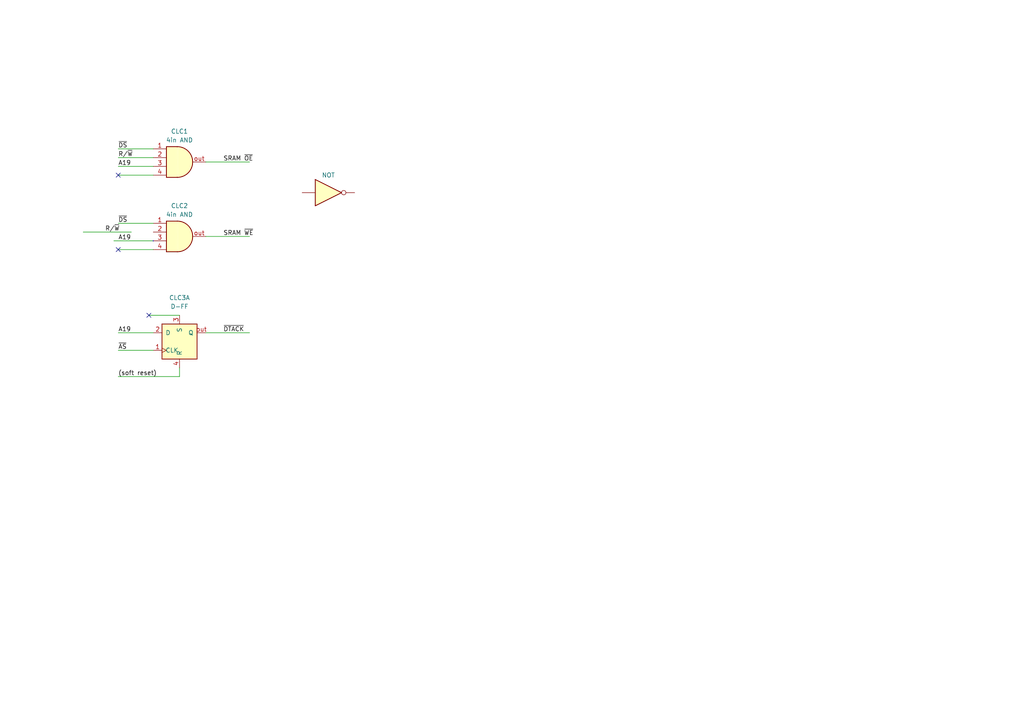
<source format=kicad_sch>
(kicad_sch (version 20230121) (generator eeschema)

  (uuid 3e1a6501-31df-456e-9cc1-932187dbc056)

  (paper "A4")

  (title_block
    (title "CLC logic for emu68kplus")
  )

  (lib_symbols
    (symbol "0-local:CLC_4in_AND" (pin_names (offset 1.016) hide) (in_bom yes) (on_board yes)
      (property "Reference" "CLC" (at 0 1.27 0)
        (effects (font (size 1.27 1.27)))
      )
      (property "Value" "4in AND" (at 0 -1.27 0)
        (effects (font (size 1.27 1.27)))
      )
      (property "Footprint" "" (at 0 0 0)
        (effects (font (size 1.27 1.27)) hide)
      )
      (property "Datasheet" "http://www.ti.com/lit/gpn/sn74LS20" (at 0 -5.08 0)
        (effects (font (size 1.27 1.27)) hide)
      )
      (property "ki_description" " 4-input AND" (at 0 0 0)
        (effects (font (size 1.27 1.27)) hide)
      )
      (property "ki_fp_filters" "DIP?12*" (at 0 0 0)
        (effects (font (size 1.27 1.27)) hide)
      )
      (symbol "CLC_4in_AND_1_1"
        (arc (start -0.635 -4.445) (mid 3.7907 0) (end -0.635 4.445)
          (stroke (width 0.254) (type default))
          (fill (type background))
        )
        (polyline
          (pts
            (xy -0.635 4.445)
            (xy -3.81 4.445)
            (xy -3.81 -4.445)
            (xy -0.635 -4.445)
          )
          (stroke (width 0.254) (type default))
          (fill (type background))
        )
        (pin input line (at -7.62 3.81 0) (length 3.81)
          (name "~" (effects (font (size 1.27 1.27))))
          (number "1" (effects (font (size 1.27 1.27))))
        )
        (pin input line (at -7.62 1.27 0) (length 3.81)
          (name "~" (effects (font (size 1.27 1.27))))
          (number "2" (effects (font (size 1.27 1.27))))
        )
        (pin input line (at -7.62 -1.27 0) (length 3.81)
          (name "~" (effects (font (size 1.27 1.27))))
          (number "3" (effects (font (size 1.27 1.27))))
        )
        (pin input line (at -7.62 -3.81 0) (length 3.81)
          (name "~" (effects (font (size 1.27 1.27))))
          (number "4" (effects (font (size 1.27 1.27))))
        )
        (pin output line (at 7.62 0 180) (length 3.81)
          (name "~" (effects (font (size 1.27 1.27))))
          (number "out" (effects (font (size 1.27 1.27))))
        )
      )
      (symbol "CLC_4in_AND_1_2"
        (arc (start -3.81 -4.445) (mid -2.5908 0) (end -3.81 4.445)
          (stroke (width 0.254) (type default))
          (fill (type none))
        )
        (arc (start -0.6096 -4.445) (mid 2.2246 -2.8422) (end 3.81 0)
          (stroke (width 0.254) (type default))
          (fill (type background))
        )
        (polyline
          (pts
            (xy -3.81 -4.445)
            (xy -0.635 -4.445)
          )
          (stroke (width 0.254) (type default))
          (fill (type background))
        )
        (polyline
          (pts
            (xy -3.81 4.445)
            (xy -0.635 4.445)
          )
          (stroke (width 0.254) (type default))
          (fill (type background))
        )
        (polyline
          (pts
            (xy -0.635 4.445)
            (xy -3.81 4.445)
            (xy -3.81 4.445)
            (xy -3.6322 4.0894)
            (xy -3.0988 2.921)
            (xy -2.7686 1.6764)
            (xy -2.6162 0.4318)
            (xy -2.6416 -0.8636)
            (xy -2.8702 -2.1082)
            (xy -3.2512 -3.3274)
            (xy -3.81 -4.445)
            (xy -3.81 -4.445)
            (xy -0.635 -4.445)
          )
          (stroke (width -25.4) (type default))
          (fill (type background))
        )
        (arc (start 3.81 0) (mid 2.2204 2.8379) (end -0.6096 4.445)
          (stroke (width 0.254) (type default))
          (fill (type background))
        )
      )
    )
    (symbol "0-local:CLC_D-FF" (pin_names (offset 1.016)) (in_bom yes) (on_board yes)
      (property "Reference" "CLC" (at -7.62 8.89 0)
        (effects (font (size 1.27 1.27)))
      )
      (property "Value" "CLC D-FF" (at -7.62 -8.89 0)
        (effects (font (size 1.27 1.27)))
      )
      (property "Footprint" "" (at 0 0 0)
        (effects (font (size 1.27 1.27)) hide)
      )
      (property "Datasheet" "74xx/74hc_hct74.pdf" (at 11.43 -7.62 0)
        (effects (font (size 1.27 1.27)) hide)
      )
      (property "ki_locked" "" (at 0 0 0)
        (effects (font (size 1.27 1.27)))
      )
      (property "ki_keywords" "TTL DFF" (at 0 0 0)
        (effects (font (size 1.27 1.27)) hide)
      )
      (property "ki_description" "Dual D Flip-flop, Set & Reset" (at 0 0 0)
        (effects (font (size 1.27 1.27)) hide)
      )
      (property "ki_fp_filters" "DIP*W7.62mm*" (at 0 0 0)
        (effects (font (size 1.27 1.27)) hide)
      )
      (symbol "CLC_D-FF_1_0"
        (pin input clock (at -7.62 -2.54 0) (length 2.54)
          (name "CLK" (effects (font (size 1.27 1.27))))
          (number "1" (effects (font (size 1.27 1.27))))
        )
        (pin input line (at -7.62 2.54 0) (length 2.54)
          (name "D" (effects (font (size 1.27 1.27))))
          (number "2" (effects (font (size 1.27 1.27))))
        )
        (pin input line (at 0 7.62 270) (length 2.54)
          (name "S" (effects (font (size 1.27 1.27))))
          (number "3" (effects (font (size 1.27 1.27))))
        )
        (pin input line (at 0 -7.62 90) (length 2.54)
          (name "R" (effects (font (size 1.27 1.27))))
          (number "4" (effects (font (size 1.27 1.27))))
        )
        (pin output line (at 7.62 2.54 180) (length 2.54)
          (name "Q" (effects (font (size 1.27 1.27))))
          (number "out" (effects (font (size 1.27 1.27))))
        )
      )
      (symbol "CLC_D-FF_1_1"
        (rectangle (start -5.08 5.08) (end 5.08 -5.08)
          (stroke (width 0.254) (type default))
          (fill (type background))
        )
      )
      (symbol "CLC_D-FF_2_0"
        (pin input line (at 0 7.62 270) (length 2.54)
          (name "~{S}" (effects (font (size 1.27 1.27))))
          (number "10" (effects (font (size 1.27 1.27))))
        )
        (pin input clock (at -7.62 0 0) (length 2.54)
          (name "C" (effects (font (size 1.27 1.27))))
          (number "11" (effects (font (size 1.27 1.27))))
        )
        (pin input line (at -7.62 2.54 0) (length 2.54)
          (name "D" (effects (font (size 1.27 1.27))))
          (number "12" (effects (font (size 1.27 1.27))))
        )
        (pin input line (at 0 -7.62 90) (length 2.54)
          (name "~{R}" (effects (font (size 1.27 1.27))))
          (number "13" (effects (font (size 1.27 1.27))))
        )
        (pin output line (at 7.62 -2.54 180) (length 2.54)
          (name "~{Q}" (effects (font (size 1.27 1.27))))
          (number "8" (effects (font (size 1.27 1.27))))
        )
        (pin output line (at 7.62 2.54 180) (length 2.54)
          (name "Q" (effects (font (size 1.27 1.27))))
          (number "9" (effects (font (size 1.27 1.27))))
        )
      )
      (symbol "CLC_D-FF_2_1"
        (rectangle (start -5.08 5.08) (end 5.08 -5.08)
          (stroke (width 0.254) (type default))
          (fill (type background))
        )
      )
      (symbol "CLC_D-FF_3_0"
        (pin power_in line (at 0 10.16 270) (length 2.54)
          (name "VCC" (effects (font (size 1.27 1.27))))
          (number "14" (effects (font (size 1.27 1.27))))
        )
        (pin power_in line (at 0 -10.16 90) (length 2.54)
          (name "GND" (effects (font (size 1.27 1.27))))
          (number "7" (effects (font (size 1.27 1.27))))
        )
      )
      (symbol "CLC_D-FF_3_1"
        (rectangle (start -5.08 7.62) (end 5.08 -7.62)
          (stroke (width 0.254) (type default))
          (fill (type background))
        )
      )
    )
    (symbol "0-local:CLC_NOT" (pin_numbers hide) (in_bom yes) (on_board yes)
      (property "Reference" "U" (at 0 0 0)
        (effects (font (size 1.27 1.27)) hide)
      )
      (property "Value" "NOT" (at 0 3.81 0)
        (effects (font (size 1.27 1.27)))
      )
      (property "Footprint" "" (at 0 0 0)
        (effects (font (size 1.27 1.27)) hide)
      )
      (property "Datasheet" "" (at 0 0 0)
        (effects (font (size 1.27 1.27)) hide)
      )
      (property "ki_keywords" "TTL not inv" (at 0 0 0)
        (effects (font (size 1.27 1.27)) hide)
      )
      (property "ki_description" "Inverter" (at 0 0 0)
        (effects (font (size 1.27 1.27)) hide)
      )
      (property "ki_fp_filters" "DIP*W7.62mm* SSOP?14* TSSOP?14*" (at 0 0 0)
        (effects (font (size 1.27 1.27)) hide)
      )
      (symbol "CLC_NOT_1_0"
        (polyline
          (pts
            (xy -3.81 3.81)
            (xy -3.81 -3.81)
            (xy 3.81 0)
            (xy -3.81 3.81)
          )
          (stroke (width 0.254) (type default))
          (fill (type background))
        )
        (pin input line (at -7.62 0 0) (length 3.81)
          (name "~" (effects (font (size 1.27 1.27))))
          (number "1" (effects (font (size 1.27 1.27))))
        )
        (pin output inverted (at 7.62 0 180) (length 3.81)
          (name "~" (effects (font (size 1.27 1.27))))
          (number "2" (effects (font (size 1.27 1.27))))
        )
      )
    )
  )


  (no_connect (at 34.29 50.8) (uuid 0c2d7deb-dd25-4098-8a65-356a7a65c35d))
  (no_connect (at 43.18 91.44) (uuid a6914dd0-4efb-4fa3-bb52-971619c01664))
  (no_connect (at 34.29 72.39) (uuid ee2abd8b-5a0d-4bc7-98d3-a538655a39fa))

  (wire (pts (xy 52.07 106.68) (xy 52.07 109.22))
    (stroke (width 0) (type default))
    (uuid 0513e044-1a30-47de-bc76-5dbf347dc439)
  )
  (wire (pts (xy 34.29 48.26) (xy 44.45 48.26))
    (stroke (width 0) (type default))
    (uuid 07ed4c69-6456-43d8-ba6b-19a56c2c602b)
  )
  (wire (pts (xy 34.29 72.39) (xy 44.45 72.39))
    (stroke (width 0) (type default))
    (uuid 132cee95-e48c-468d-a509-5d085a3cd6d7)
  )
  (wire (pts (xy 24.13 67.31) (xy 38.1 67.31))
    (stroke (width 0) (type default))
    (uuid 287de2b5-60e4-4598-9d7a-da44e88f28dc)
  )
  (wire (pts (xy 59.69 68.58) (xy 72.39 68.58))
    (stroke (width 0) (type default))
    (uuid 4c1a7bd7-535f-49ff-9175-246d6a3e8e6c)
  )
  (wire (pts (xy 34.29 45.72) (xy 44.45 45.72))
    (stroke (width 0) (type default))
    (uuid 4fe7d7cc-79e2-4ee8-b9b0-766cbc8f9b66)
  )
  (wire (pts (xy 34.29 64.77) (xy 44.45 64.77))
    (stroke (width 0) (type default))
    (uuid 51f7c012-0ba6-4978-b6a0-a41ec077616b)
  )
  (wire (pts (xy 34.29 96.52) (xy 44.45 96.52))
    (stroke (width 0) (type default))
    (uuid 7a89ca2e-eee0-4ddd-92ae-94b5140151a2)
  )
  (wire (pts (xy 59.69 46.99) (xy 72.39 46.99))
    (stroke (width 0) (type default))
    (uuid 8b62e4b0-3140-418c-bef2-634d48dd94e2)
  )
  (wire (pts (xy 43.18 91.44) (xy 52.07 91.44))
    (stroke (width 0) (type default))
    (uuid 8dd6a97d-1b8b-4221-8945-ee1595130e75)
  )
  (wire (pts (xy 34.29 50.8) (xy 44.45 50.8))
    (stroke (width 0) (type default))
    (uuid 941a95fb-fd7c-4415-b240-728d76f81fc7)
  )
  (wire (pts (xy 59.69 96.52) (xy 72.39 96.52))
    (stroke (width 0) (type default))
    (uuid 97e2a3d5-4151-4978-b36c-2d819135c3e2)
  )
  (wire (pts (xy 34.29 109.22) (xy 52.07 109.22))
    (stroke (width 0) (type default))
    (uuid ac6d5a04-28ed-44e1-b282-9d9d5b0552fd)
  )
  (wire (pts (xy 33.02 69.85) (xy 44.45 69.85))
    (stroke (width 0) (type default))
    (uuid e3056655-6f0a-48da-b19c-598c03ee761f)
  )
  (wire (pts (xy 34.29 101.6) (xy 44.45 101.6))
    (stroke (width 0) (type default))
    (uuid f94b64a7-a341-4c5a-a1ee-f16f361ba083)
  )
  (wire (pts (xy 34.29 43.18) (xy 44.45 43.18))
    (stroke (width 0) (type default))
    (uuid fc7c4dbe-f05d-49d3-b3ed-03ccacf0609f)
  )

  (circle (center 44.45 69.85) (radius 0.0001)
    (stroke (width 0) (type default))
    (fill (type none))
    (uuid 750bf80e-58e2-47dc-864a-54b43c81ea26)
  )

  (label "(soft reset)" (at 34.29 109.22 0) (fields_autoplaced)
    (effects (font (size 1.27 1.27)) (justify left bottom))
    (uuid 05a1b221-c753-4f35-8fd6-705d34747488)
  )
  (label "~{DTACK}" (at 64.77 96.52 0) (fields_autoplaced)
    (effects (font (size 1.27 1.27)) (justify left bottom))
    (uuid 0b64d308-d474-497b-b515-53e0c3019247)
  )
  (label "SRAM ~{OE}" (at 64.77 46.99 0) (fields_autoplaced)
    (effects (font (size 1.27 1.27)) (justify left bottom))
    (uuid 1ad4dc38-66ac-4ac3-a8e2-8ee07353f133)
  )
  (label "R{slash}~{W}" (at 30.48 67.31 0) (fields_autoplaced)
    (effects (font (size 1.27 1.27)) (justify left bottom))
    (uuid 6848fd92-4ee6-4584-872c-656be209a326)
  )
  (label "~{DS}" (at 34.29 64.77 0) (fields_autoplaced)
    (effects (font (size 1.27 1.27)) (justify left bottom))
    (uuid 7e929775-707a-46f6-a9c9-c1498b5e35e2)
  )
  (label "A19" (at 34.29 48.26 0) (fields_autoplaced)
    (effects (font (size 1.27 1.27)) (justify left bottom))
    (uuid 87f9adef-c432-4ffd-829e-2e7f1beb06ff)
  )
  (label "A19" (at 34.29 96.52 0) (fields_autoplaced)
    (effects (font (size 1.27 1.27)) (justify left bottom))
    (uuid aa312217-e290-4099-88cc-9dec44df28bd)
  )
  (label "R{slash}~{W}" (at 34.29 45.72 0) (fields_autoplaced)
    (effects (font (size 1.27 1.27)) (justify left bottom))
    (uuid b36365d4-98b2-42c7-9732-f644b6c665b4)
  )
  (label "SRAM ~{WE}" (at 64.77 68.58 0) (fields_autoplaced)
    (effects (font (size 1.27 1.27)) (justify left bottom))
    (uuid c8238a44-944c-43c8-a3e1-208ac2e0858d)
  )
  (label "~{AS}" (at 34.29 101.6 0) (fields_autoplaced)
    (effects (font (size 1.27 1.27)) (justify left bottom))
    (uuid cee4e9d1-873c-4668-84d3-3c7a36cdb1e4)
  )
  (label "A19" (at 34.29 69.85 0) (fields_autoplaced)
    (effects (font (size 1.27 1.27)) (justify left bottom))
    (uuid d946a5c3-744e-40e8-b7a3-25e9af916f42)
  )
  (label "~{DS}" (at 34.29 43.18 0) (fields_autoplaced)
    (effects (font (size 1.27 1.27)) (justify left bottom))
    (uuid e2b801b1-1b0a-4d72-9cab-8dc4a20218e0)
  )

  (symbol (lib_id "0-local:CLC_4in_AND") (at 52.07 46.99 0) (unit 1)
    (in_bom yes) (on_board yes) (dnp no) (fields_autoplaced)
    (uuid 5b4e6532-32ff-4290-bc67-9d70a848718d)
    (property "Reference" "CLC1" (at 52.0603 38.1 0)
      (effects (font (size 1.27 1.27)))
    )
    (property "Value" "4in AND" (at 52.0603 40.64 0)
      (effects (font (size 1.27 1.27)))
    )
    (property "Footprint" "" (at 52.07 46.99 0)
      (effects (font (size 1.27 1.27)) hide)
    )
    (property "Datasheet" "http://www.ti.com/lit/gpn/sn74LS20" (at 52.07 52.07 0)
      (effects (font (size 1.27 1.27)) hide)
    )
    (pin "1" (uuid 037aa4ad-5171-4159-b6af-7f5697fb4b6e))
    (pin "2" (uuid face7293-9113-423a-80ce-31dff569f1ba))
    (pin "3" (uuid ae64e2d4-ac8a-4426-98b7-5ac7795fe6f2))
    (pin "4" (uuid 979f5cc5-cbcd-4893-96c9-9fc55341030e))
    (pin "out" (uuid 1f6b2ef5-e0ac-4827-98a6-9e4c339c4052))
    (instances
      (project "CLC_logic"
        (path "/3e1a6501-31df-456e-9cc1-932187dbc056"
          (reference "CLC1") (unit 1)
        )
      )
    )
  )

  (symbol (lib_id "0-local:CLC_D-FF") (at 52.07 99.06 0) (unit 1)
    (in_bom yes) (on_board yes) (dnp no)
    (uuid 7d6a0b0b-e053-406d-b9b9-828362d60a70)
    (property "Reference" "CLC3" (at 52.07 86.36 0)
      (effects (font (size 1.27 1.27)))
    )
    (property "Value" "D-FF" (at 52.07 88.9 0)
      (effects (font (size 1.27 1.27)))
    )
    (property "Footprint" "" (at 52.07 99.06 0)
      (effects (font (size 1.27 1.27)) hide)
    )
    (property "Datasheet" "74xx/74hc_hct74.pdf" (at 63.5 106.68 0)
      (effects (font (size 1.27 1.27)) hide)
    )
    (pin "1" (uuid 4403743f-2ba5-4815-affd-63506c2da87f))
    (pin "2" (uuid b7b83141-46fa-4e93-b369-1dd6824960ce))
    (pin "3" (uuid 3b98b6b4-f285-48bf-8e8d-252db33f4085))
    (pin "4" (uuid 8f755f36-d24a-4270-b462-2f4db42aa6c8))
    (pin "out" (uuid cdf84b9c-95ad-4703-92ee-2aa648162b91))
    (pin "10" (uuid e7702705-c5fa-457e-ad02-3199958deec2))
    (pin "11" (uuid f75c77a1-9062-46e3-ad1a-4cf6c7a4dba5))
    (pin "12" (uuid 7eff4dc4-2694-4dfa-ab48-abe5c6db4fa4))
    (pin "13" (uuid bd54e0cc-1ba9-496f-9d19-7e37fb1b46a6))
    (pin "8" (uuid 41108f95-82ef-4a09-850a-de160ff5748c))
    (pin "9" (uuid 12800cdc-4d2c-4aea-bacf-02644f2f2e70))
    (pin "14" (uuid 3b00973e-37ec-449a-b832-75d2f7492f1b))
    (pin "7" (uuid a6255abd-3dba-419c-bc8e-e2b2f8ab7681))
    (instances
      (project "CLC_logic"
        (path "/3e1a6501-31df-456e-9cc1-932187dbc056"
          (reference "CLC3") (unit 1)
        )
      )
    )
  )

  (symbol (lib_id "0-local:CLC_NOT") (at 95.25 55.88 0) (unit 1)
    (in_bom yes) (on_board yes) (dnp no) (fields_autoplaced)
    (uuid b181a579-1298-4942-94c5-a07ba058d572)
    (property "Reference" "U1" (at 95.25 55.88 0)
      (effects (font (size 1.27 1.27)) hide)
    )
    (property "Value" "NOT" (at 95.25 50.8 0)
      (effects (font (size 1.27 1.27)))
    )
    (property "Footprint" "" (at 95.25 55.88 0)
      (effects (font (size 1.27 1.27)) hide)
    )
    (property "Datasheet" "" (at 95.25 55.88 0)
      (effects (font (size 1.27 1.27)) hide)
    )
    (pin "1" (uuid ac545347-3bbe-417c-8fa6-1349cc249ac6))
    (pin "2" (uuid 8dbe1b39-5fe3-4a5d-abfd-646961ec445d))
    (instances
      (project "CLC_logic"
        (path "/3e1a6501-31df-456e-9cc1-932187dbc056"
          (reference "U1") (unit 1)
        )
      )
    )
  )

  (symbol (lib_id "0-local:CLC_4in_AND") (at 52.07 68.58 0) (unit 1)
    (in_bom yes) (on_board yes) (dnp no) (fields_autoplaced)
    (uuid cc16ec9a-2c6d-4b00-b849-0d46d14bccf8)
    (property "Reference" "CLC2" (at 52.0603 59.69 0)
      (effects (font (size 1.27 1.27)))
    )
    (property "Value" "4in AND" (at 52.0603 62.23 0)
      (effects (font (size 1.27 1.27)))
    )
    (property "Footprint" "" (at 52.07 68.58 0)
      (effects (font (size 1.27 1.27)) hide)
    )
    (property "Datasheet" "http://www.ti.com/lit/gpn/sn74LS20" (at 52.07 73.66 0)
      (effects (font (size 1.27 1.27)) hide)
    )
    (pin "1" (uuid 6309fb86-85c4-4288-88c9-79c2a1ad02c8))
    (pin "2" (uuid a39f826b-0a8b-4f48-97ff-9f65d952fd88))
    (pin "3" (uuid a6d06f30-b43f-4248-8e6a-a5ae15fd7a5b))
    (pin "4" (uuid 9784cc38-d42d-4ac1-99f4-c57143f9ea57))
    (pin "out" (uuid 888a0a1a-7c61-4e54-add1-2a218064eb92))
    (instances
      (project "CLC_logic"
        (path "/3e1a6501-31df-456e-9cc1-932187dbc056"
          (reference "CLC2") (unit 1)
        )
      )
    )
  )

  (sheet_instances
    (path "/" (page "1"))
  )
)

</source>
